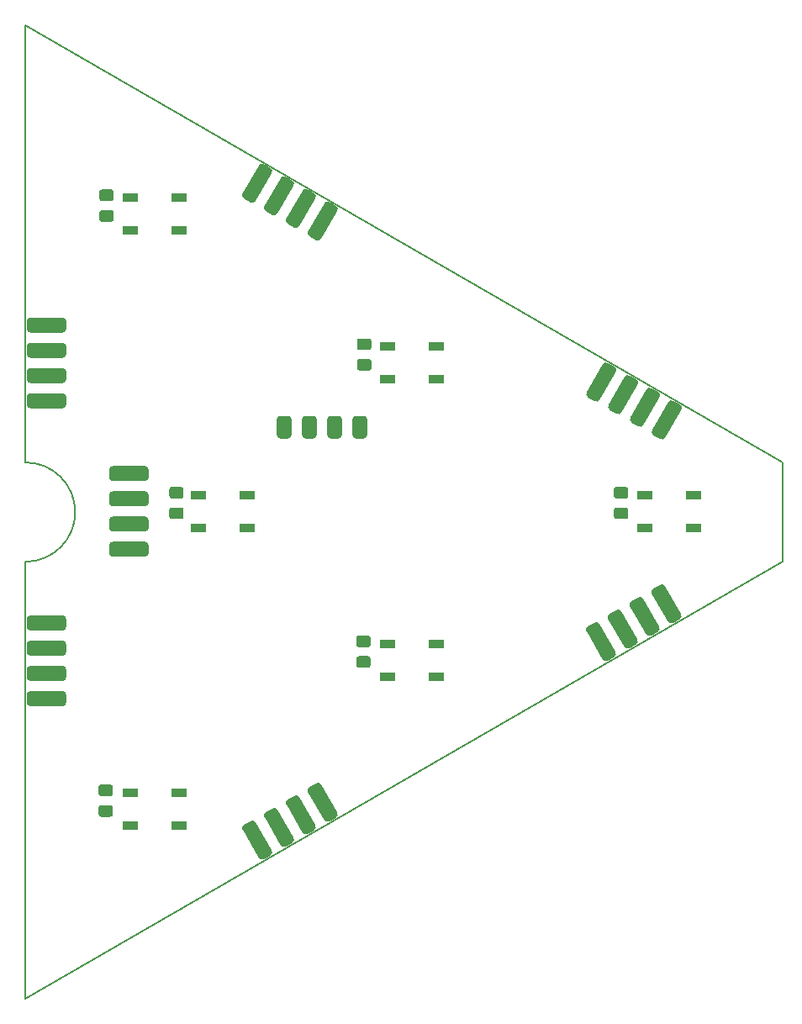
<source format=gbr>
G04 #@! TF.GenerationSoftware,KiCad,Pcbnew,7.0.11+1*
G04 #@! TF.ProjectId,makerspace_sign,6d616b65-7273-4706-9163-655f7369676e,rev?*
G04 #@! TF.SameCoordinates,Original*
G04 #@! TF.FileFunction,Paste,Top*
G04 #@! TF.FilePolarity,Positive*
%FSLAX46Y46*%
G04 Gerber Fmt 4.6, Leading zero omitted, Abs format (unit mm)*
%MOMM*%
%LPD*%
G01*
G04 APERTURE LIST*
G04 #@! TA.AperFunction,Profile*
%ADD10C,0.200000*%
G04 #@! TD*
%ADD11R,1.500000X0.900000*%
G04 APERTURE END LIST*
D10*
X62000000Y-46400000D02*
X62000000Y-90400000D01*
X62000000Y-100400000D02*
X62000000Y-144400000D01*
X62000000Y-100400000D02*
G75*
G03*
X62000000Y-90400000I0J5000000D01*
G01*
X138210236Y-90400000D02*
X62000000Y-46400000D01*
X62000000Y-144400000D02*
X138210236Y-100400000D01*
X138210236Y-100400000D02*
X138210236Y-90400000D01*
G36*
G01*
X74400000Y-98759000D02*
X74400000Y-99521000D01*
G75*
G02*
X74019000Y-99902000I-381000J0D01*
G01*
X70781000Y-99902000D01*
G75*
G02*
X70400000Y-99521000I0J381000D01*
G01*
X70400000Y-98759000D01*
G75*
G02*
X70781000Y-98378000I381000J0D01*
G01*
X74019000Y-98378000D01*
G75*
G02*
X74400000Y-98759000I0J-381000D01*
G01*
G37*
G36*
G01*
X74400000Y-96219000D02*
X74400000Y-96981000D01*
G75*
G02*
X74019000Y-97362000I-381000J0D01*
G01*
X70781000Y-97362000D01*
G75*
G02*
X70400000Y-96981000I0J381000D01*
G01*
X70400000Y-96219000D01*
G75*
G02*
X70781000Y-95838000I381000J0D01*
G01*
X74019000Y-95838000D01*
G75*
G02*
X74400000Y-96219000I0J-381000D01*
G01*
G37*
G36*
G01*
X74400000Y-93679000D02*
X74400000Y-94441000D01*
G75*
G02*
X74019000Y-94822000I-381000J0D01*
G01*
X70781000Y-94822000D01*
G75*
G02*
X70400000Y-94441000I0J381000D01*
G01*
X70400000Y-93679000D01*
G75*
G02*
X70781000Y-93298000I381000J0D01*
G01*
X74019000Y-93298000D01*
G75*
G02*
X74400000Y-93679000I0J-381000D01*
G01*
G37*
G36*
G01*
X74400000Y-91139000D02*
X74400000Y-91901000D01*
G75*
G02*
X74019000Y-92282000I-381000J0D01*
G01*
X70781000Y-92282000D01*
G75*
G02*
X70400000Y-91901000I0J381000D01*
G01*
X70400000Y-91139000D01*
G75*
G02*
X70781000Y-90758000I381000J0D01*
G01*
X74019000Y-90758000D01*
G75*
G02*
X74400000Y-91139000I0J-381000D01*
G01*
G37*
G36*
G01*
X88431000Y-87993000D02*
X87669000Y-87993000D01*
G75*
G02*
X87288000Y-87612000I0J381000D01*
G01*
X87288000Y-86088000D01*
G75*
G02*
X87669000Y-85707000I381000J0D01*
G01*
X88431000Y-85707000D01*
G75*
G02*
X88812000Y-86088000I0J-381000D01*
G01*
X88812000Y-87612000D01*
G75*
G02*
X88431000Y-87993000I-381000J0D01*
G01*
G37*
G36*
G01*
X90971000Y-87993000D02*
X90209000Y-87993000D01*
G75*
G02*
X89828000Y-87612000I0J381000D01*
G01*
X89828000Y-86088000D01*
G75*
G02*
X90209000Y-85707000I381000J0D01*
G01*
X90971000Y-85707000D01*
G75*
G02*
X91352000Y-86088000I0J-381000D01*
G01*
X91352000Y-87612000D01*
G75*
G02*
X90971000Y-87993000I-381000J0D01*
G01*
G37*
G36*
G01*
X93511000Y-87993000D02*
X92749000Y-87993000D01*
G75*
G02*
X92368000Y-87612000I0J381000D01*
G01*
X92368000Y-86088000D01*
G75*
G02*
X92749000Y-85707000I381000J0D01*
G01*
X93511000Y-85707000D01*
G75*
G02*
X93892000Y-86088000I0J-381000D01*
G01*
X93892000Y-87612000D01*
G75*
G02*
X93511000Y-87993000I-381000J0D01*
G01*
G37*
G36*
G01*
X96051000Y-87993000D02*
X95289000Y-87993000D01*
G75*
G02*
X94908000Y-87612000I0J381000D01*
G01*
X94908000Y-86088000D01*
G75*
G02*
X95289000Y-85707000I381000J0D01*
G01*
X96051000Y-85707000D01*
G75*
G02*
X96432000Y-86088000I0J-381000D01*
G01*
X96432000Y-87612000D01*
G75*
G02*
X96051000Y-87993000I-381000J0D01*
G01*
G37*
G36*
G01*
X84655547Y-64207551D02*
X83995635Y-63826551D01*
G75*
G02*
X83856179Y-63306095I190500J329956D01*
G01*
X85475179Y-60501905D01*
G75*
G02*
X85995635Y-60362449I329956J-190500D01*
G01*
X86655547Y-60743449D01*
G75*
G02*
X86795003Y-61263905I-190500J-329956D01*
G01*
X85176003Y-64068095D01*
G75*
G02*
X84655547Y-64207551I-329956J190500D01*
G01*
G37*
G36*
G01*
X86855252Y-65477551D02*
X86195340Y-65096551D01*
G75*
G02*
X86055884Y-64576095I190500J329956D01*
G01*
X87674884Y-61771905D01*
G75*
G02*
X88195340Y-61632449I329956J-190500D01*
G01*
X88855252Y-62013449D01*
G75*
G02*
X88994708Y-62533905I-190500J-329956D01*
G01*
X87375708Y-65338095D01*
G75*
G02*
X86855252Y-65477551I-329956J190500D01*
G01*
G37*
G36*
G01*
X89054956Y-66747551D02*
X88395044Y-66366551D01*
G75*
G02*
X88255588Y-65846095I190500J329956D01*
G01*
X89874588Y-63041905D01*
G75*
G02*
X90395044Y-62902449I329956J-190500D01*
G01*
X91054956Y-63283449D01*
G75*
G02*
X91194412Y-63803905I-190500J-329956D01*
G01*
X89575412Y-66608095D01*
G75*
G02*
X89054956Y-66747551I-329956J190500D01*
G01*
G37*
G36*
G01*
X91254661Y-68017551D02*
X90594749Y-67636551D01*
G75*
G02*
X90455293Y-67116095I190500J329956D01*
G01*
X92074293Y-64311905D01*
G75*
G02*
X92594749Y-64172449I329956J-190500D01*
G01*
X93254661Y-64553449D01*
G75*
G02*
X93394117Y-65073905I-190500J-329956D01*
G01*
X91775117Y-67878095D01*
G75*
G02*
X91254661Y-68017551I-329956J190500D01*
G01*
G37*
G36*
G01*
X121500000Y-92862500D02*
X122450000Y-92862500D01*
G75*
G02*
X122700000Y-93112500I0J-250000D01*
G01*
X122700000Y-93787500D01*
G75*
G02*
X122450000Y-94037500I-250000J0D01*
G01*
X121500000Y-94037500D01*
G75*
G02*
X121250000Y-93787500I0J250000D01*
G01*
X121250000Y-93112500D01*
G75*
G02*
X121500000Y-92862500I250000J0D01*
G01*
G37*
G36*
G01*
X121500000Y-94937500D02*
X122450000Y-94937500D01*
G75*
G02*
X122700000Y-95187500I0J-250000D01*
G01*
X122700000Y-95862500D01*
G75*
G02*
X122450000Y-96112500I-250000J0D01*
G01*
X121500000Y-96112500D01*
G75*
G02*
X121250000Y-95862500I0J250000D01*
G01*
X121250000Y-95187500D01*
G75*
G02*
X121500000Y-94937500I250000J0D01*
G01*
G37*
D11*
X98450000Y-108675000D03*
X98450000Y-111975000D03*
X103350000Y-111975000D03*
X103350000Y-108675000D03*
X124400000Y-93725000D03*
X124400000Y-97025000D03*
X129300000Y-97025000D03*
X129300000Y-93725000D03*
G36*
G01*
X127244749Y-84197449D02*
X127904661Y-84578449D01*
G75*
G02*
X128044117Y-85098905I-190500J-329956D01*
G01*
X126425117Y-87903095D01*
G75*
G02*
X125904661Y-88042551I-329956J190500D01*
G01*
X125244749Y-87661551D01*
G75*
G02*
X125105293Y-87141095I190500J329956D01*
G01*
X126724293Y-84336905D01*
G75*
G02*
X127244749Y-84197449I329956J-190500D01*
G01*
G37*
G36*
G01*
X125045044Y-82927449D02*
X125704956Y-83308449D01*
G75*
G02*
X125844412Y-83828905I-190500J-329956D01*
G01*
X124225412Y-86633095D01*
G75*
G02*
X123704956Y-86772551I-329956J190500D01*
G01*
X123045044Y-86391551D01*
G75*
G02*
X122905588Y-85871095I190500J329956D01*
G01*
X124524588Y-83066905D01*
G75*
G02*
X125045044Y-82927449I329956J-190500D01*
G01*
G37*
G36*
G01*
X122845340Y-81657449D02*
X123505252Y-82038449D01*
G75*
G02*
X123644708Y-82558905I-190500J-329956D01*
G01*
X122025708Y-85363095D01*
G75*
G02*
X121505252Y-85502551I-329956J190500D01*
G01*
X120845340Y-85121551D01*
G75*
G02*
X120705884Y-84601095I190500J329956D01*
G01*
X122324884Y-81796905D01*
G75*
G02*
X122845340Y-81657449I329956J-190500D01*
G01*
G37*
G36*
G01*
X120645635Y-80387449D02*
X121305547Y-80768449D01*
G75*
G02*
X121445003Y-81288905I-190500J-329956D01*
G01*
X119826003Y-84093095D01*
G75*
G02*
X119305547Y-84232551I-329956J190500D01*
G01*
X118645635Y-83851551D01*
G75*
G02*
X118506179Y-83331095I190500J329956D01*
G01*
X120125179Y-80526905D01*
G75*
G02*
X120645635Y-80387449I329956J-190500D01*
G01*
G37*
X98475000Y-78750000D03*
X98475000Y-82050000D03*
X103375000Y-82050000D03*
X103375000Y-78750000D03*
X72525000Y-63750000D03*
X72525000Y-67050000D03*
X77425000Y-67050000D03*
X77425000Y-63750000D03*
G36*
G01*
X66100000Y-113809000D02*
X66100000Y-114571000D01*
G75*
G02*
X65719000Y-114952000I-381000J0D01*
G01*
X62481000Y-114952000D01*
G75*
G02*
X62100000Y-114571000I0J381000D01*
G01*
X62100000Y-113809000D01*
G75*
G02*
X62481000Y-113428000I381000J0D01*
G01*
X65719000Y-113428000D01*
G75*
G02*
X66100000Y-113809000I0J-381000D01*
G01*
G37*
G36*
G01*
X66100000Y-111269000D02*
X66100000Y-112031000D01*
G75*
G02*
X65719000Y-112412000I-381000J0D01*
G01*
X62481000Y-112412000D01*
G75*
G02*
X62100000Y-112031000I0J381000D01*
G01*
X62100000Y-111269000D01*
G75*
G02*
X62481000Y-110888000I381000J0D01*
G01*
X65719000Y-110888000D01*
G75*
G02*
X66100000Y-111269000I0J-381000D01*
G01*
G37*
G36*
G01*
X66100000Y-108729000D02*
X66100000Y-109491000D01*
G75*
G02*
X65719000Y-109872000I-381000J0D01*
G01*
X62481000Y-109872000D01*
G75*
G02*
X62100000Y-109491000I0J381000D01*
G01*
X62100000Y-108729000D01*
G75*
G02*
X62481000Y-108348000I381000J0D01*
G01*
X65719000Y-108348000D01*
G75*
G02*
X66100000Y-108729000I0J-381000D01*
G01*
G37*
G36*
G01*
X66100000Y-106189000D02*
X66100000Y-106951000D01*
G75*
G02*
X65719000Y-107332000I-381000J0D01*
G01*
X62481000Y-107332000D01*
G75*
G02*
X62100000Y-106951000I0J381000D01*
G01*
X62100000Y-106189000D01*
G75*
G02*
X62481000Y-105808000I381000J0D01*
G01*
X65719000Y-105808000D01*
G75*
G02*
X66100000Y-106189000I0J-381000D01*
G01*
G37*
G36*
G01*
X125220044Y-103108449D02*
X125879956Y-102727449D01*
G75*
G02*
X126400412Y-102866905I190500J-329956D01*
G01*
X128019412Y-105671095D01*
G75*
G02*
X127879956Y-106191551I-329956J-190500D01*
G01*
X127220044Y-106572551D01*
G75*
G02*
X126699588Y-106433095I-190500J329956D01*
G01*
X125080588Y-103628905D01*
G75*
G02*
X125220044Y-103108449I329956J190500D01*
G01*
G37*
G36*
G01*
X123020339Y-104378449D02*
X123680251Y-103997449D01*
G75*
G02*
X124200707Y-104136905I190500J-329956D01*
G01*
X125819707Y-106941095D01*
G75*
G02*
X125680251Y-107461551I-329956J-190500D01*
G01*
X125020339Y-107842551D01*
G75*
G02*
X124499883Y-107703095I-190500J329956D01*
G01*
X122880883Y-104898905D01*
G75*
G02*
X123020339Y-104378449I329956J190500D01*
G01*
G37*
G36*
G01*
X120820635Y-105648449D02*
X121480547Y-105267449D01*
G75*
G02*
X122001003Y-105406905I190500J-329956D01*
G01*
X123620003Y-108211095D01*
G75*
G02*
X123480547Y-108731551I-329956J-190500D01*
G01*
X122820635Y-109112551D01*
G75*
G02*
X122300179Y-108973095I-190500J329956D01*
G01*
X120681179Y-106168905D01*
G75*
G02*
X120820635Y-105648449I329956J190500D01*
G01*
G37*
G36*
G01*
X118620930Y-106918449D02*
X119280842Y-106537449D01*
G75*
G02*
X119801298Y-106676905I190500J-329956D01*
G01*
X121420298Y-109481095D01*
G75*
G02*
X121280842Y-110001551I-329956J-190500D01*
G01*
X120620930Y-110382551D01*
G75*
G02*
X120100474Y-110243095I-190500J329956D01*
G01*
X118481474Y-107438905D01*
G75*
G02*
X118620930Y-106918449I329956J190500D01*
G01*
G37*
G36*
G01*
X62100000Y-76956000D02*
X62100000Y-76194000D01*
G75*
G02*
X62481000Y-75813000I381000J0D01*
G01*
X65719000Y-75813000D01*
G75*
G02*
X66100000Y-76194000I0J-381000D01*
G01*
X66100000Y-76956000D01*
G75*
G02*
X65719000Y-77337000I-381000J0D01*
G01*
X62481000Y-77337000D01*
G75*
G02*
X62100000Y-76956000I0J381000D01*
G01*
G37*
G36*
G01*
X62100000Y-79496000D02*
X62100000Y-78734000D01*
G75*
G02*
X62481000Y-78353000I381000J0D01*
G01*
X65719000Y-78353000D01*
G75*
G02*
X66100000Y-78734000I0J-381000D01*
G01*
X66100000Y-79496000D01*
G75*
G02*
X65719000Y-79877000I-381000J0D01*
G01*
X62481000Y-79877000D01*
G75*
G02*
X62100000Y-79496000I0J381000D01*
G01*
G37*
G36*
G01*
X62100000Y-82036000D02*
X62100000Y-81274000D01*
G75*
G02*
X62481000Y-80893000I381000J0D01*
G01*
X65719000Y-80893000D01*
G75*
G02*
X66100000Y-81274000I0J-381000D01*
G01*
X66100000Y-82036000D01*
G75*
G02*
X65719000Y-82417000I-381000J0D01*
G01*
X62481000Y-82417000D01*
G75*
G02*
X62100000Y-82036000I0J381000D01*
G01*
G37*
G36*
G01*
X62100000Y-84576000D02*
X62100000Y-83814000D01*
G75*
G02*
X62481000Y-83433000I381000J0D01*
G01*
X65719000Y-83433000D01*
G75*
G02*
X66100000Y-83814000I0J-381000D01*
G01*
X66100000Y-84576000D01*
G75*
G02*
X65719000Y-84957000I-381000J0D01*
G01*
X62481000Y-84957000D01*
G75*
G02*
X62100000Y-84576000I0J381000D01*
G01*
G37*
X72525000Y-123675000D03*
X72525000Y-126975000D03*
X77425000Y-126975000D03*
X77425000Y-123675000D03*
G36*
G01*
X86655547Y-129981551D02*
X85995635Y-130362551D01*
G75*
G02*
X85475179Y-130223095I-190500J329956D01*
G01*
X83856179Y-127418905D01*
G75*
G02*
X83995635Y-126898449I329956J190500D01*
G01*
X84655547Y-126517449D01*
G75*
G02*
X85176003Y-126656905I190500J-329956D01*
G01*
X86795003Y-129461095D01*
G75*
G02*
X86655547Y-129981551I-329956J-190500D01*
G01*
G37*
G36*
G01*
X88855252Y-128711551D02*
X88195340Y-129092551D01*
G75*
G02*
X87674884Y-128953095I-190500J329956D01*
G01*
X86055884Y-126148905D01*
G75*
G02*
X86195340Y-125628449I329956J190500D01*
G01*
X86855252Y-125247449D01*
G75*
G02*
X87375708Y-125386905I190500J-329956D01*
G01*
X88994708Y-128191095D01*
G75*
G02*
X88855252Y-128711551I-329956J-190500D01*
G01*
G37*
G36*
G01*
X91054956Y-127441551D02*
X90395044Y-127822551D01*
G75*
G02*
X89874588Y-127683095I-190500J329956D01*
G01*
X88255588Y-124878905D01*
G75*
G02*
X88395044Y-124358449I329956J190500D01*
G01*
X89054956Y-123977449D01*
G75*
G02*
X89575412Y-124116905I190500J-329956D01*
G01*
X91194412Y-126921095D01*
G75*
G02*
X91054956Y-127441551I-329956J-190500D01*
G01*
G37*
G36*
G01*
X93254661Y-126171551D02*
X92594749Y-126552551D01*
G75*
G02*
X92074293Y-126413095I-190500J329956D01*
G01*
X90455293Y-123608905D01*
G75*
G02*
X90594749Y-123088449I329956J190500D01*
G01*
X91254661Y-122707449D01*
G75*
G02*
X91775117Y-122846905I190500J-329956D01*
G01*
X93394117Y-125651095D01*
G75*
G02*
X93254661Y-126171551I-329956J-190500D01*
G01*
G37*
G36*
G01*
X95550000Y-107837500D02*
X96500000Y-107837500D01*
G75*
G02*
X96750000Y-108087500I0J-250000D01*
G01*
X96750000Y-108762500D01*
G75*
G02*
X96500000Y-109012500I-250000J0D01*
G01*
X95550000Y-109012500D01*
G75*
G02*
X95300000Y-108762500I0J250000D01*
G01*
X95300000Y-108087500D01*
G75*
G02*
X95550000Y-107837500I250000J0D01*
G01*
G37*
G36*
G01*
X95550000Y-109912500D02*
X96500000Y-109912500D01*
G75*
G02*
X96750000Y-110162500I0J-250000D01*
G01*
X96750000Y-110837500D01*
G75*
G02*
X96500000Y-111087500I-250000J0D01*
G01*
X95550000Y-111087500D01*
G75*
G02*
X95300000Y-110837500I0J250000D01*
G01*
X95300000Y-110162500D01*
G75*
G02*
X95550000Y-109912500I250000J0D01*
G01*
G37*
G36*
G01*
X69675000Y-62912500D02*
X70625000Y-62912500D01*
G75*
G02*
X70875000Y-63162500I0J-250000D01*
G01*
X70875000Y-63837500D01*
G75*
G02*
X70625000Y-64087500I-250000J0D01*
G01*
X69675000Y-64087500D01*
G75*
G02*
X69425000Y-63837500I0J250000D01*
G01*
X69425000Y-63162500D01*
G75*
G02*
X69675000Y-62912500I250000J0D01*
G01*
G37*
G36*
G01*
X69675000Y-64987500D02*
X70625000Y-64987500D01*
G75*
G02*
X70875000Y-65237500I0J-250000D01*
G01*
X70875000Y-65912500D01*
G75*
G02*
X70625000Y-66162500I-250000J0D01*
G01*
X69675000Y-66162500D01*
G75*
G02*
X69425000Y-65912500I0J250000D01*
G01*
X69425000Y-65237500D01*
G75*
G02*
X69675000Y-64987500I250000J0D01*
G01*
G37*
X79400000Y-93700000D03*
X79400000Y-97000000D03*
X84300000Y-97000000D03*
X84300000Y-93700000D03*
G36*
G01*
X69600000Y-122837500D02*
X70550000Y-122837500D01*
G75*
G02*
X70800000Y-123087500I0J-250000D01*
G01*
X70800000Y-123762500D01*
G75*
G02*
X70550000Y-124012500I-250000J0D01*
G01*
X69600000Y-124012500D01*
G75*
G02*
X69350000Y-123762500I0J250000D01*
G01*
X69350000Y-123087500D01*
G75*
G02*
X69600000Y-122837500I250000J0D01*
G01*
G37*
G36*
G01*
X69600000Y-124912500D02*
X70550000Y-124912500D01*
G75*
G02*
X70800000Y-125162500I0J-250000D01*
G01*
X70800000Y-125837500D01*
G75*
G02*
X70550000Y-126087500I-250000J0D01*
G01*
X69600000Y-126087500D01*
G75*
G02*
X69350000Y-125837500I0J250000D01*
G01*
X69350000Y-125162500D01*
G75*
G02*
X69600000Y-124912500I250000J0D01*
G01*
G37*
G36*
G01*
X95625000Y-77912500D02*
X96575000Y-77912500D01*
G75*
G02*
X96825000Y-78162500I0J-250000D01*
G01*
X96825000Y-78837500D01*
G75*
G02*
X96575000Y-79087500I-250000J0D01*
G01*
X95625000Y-79087500D01*
G75*
G02*
X95375000Y-78837500I0J250000D01*
G01*
X95375000Y-78162500D01*
G75*
G02*
X95625000Y-77912500I250000J0D01*
G01*
G37*
G36*
G01*
X95625000Y-79987500D02*
X96575000Y-79987500D01*
G75*
G02*
X96825000Y-80237500I0J-250000D01*
G01*
X96825000Y-80912500D01*
G75*
G02*
X96575000Y-81162500I-250000J0D01*
G01*
X95625000Y-81162500D01*
G75*
G02*
X95375000Y-80912500I0J250000D01*
G01*
X95375000Y-80237500D01*
G75*
G02*
X95625000Y-79987500I250000J0D01*
G01*
G37*
G36*
G01*
X76725000Y-92862500D02*
X77675000Y-92862500D01*
G75*
G02*
X77925000Y-93112500I0J-250000D01*
G01*
X77925000Y-93787500D01*
G75*
G02*
X77675000Y-94037500I-250000J0D01*
G01*
X76725000Y-94037500D01*
G75*
G02*
X76475000Y-93787500I0J250000D01*
G01*
X76475000Y-93112500D01*
G75*
G02*
X76725000Y-92862500I250000J0D01*
G01*
G37*
G36*
G01*
X76725000Y-94937500D02*
X77675000Y-94937500D01*
G75*
G02*
X77925000Y-95187500I0J-250000D01*
G01*
X77925000Y-95862500D01*
G75*
G02*
X77675000Y-96112500I-250000J0D01*
G01*
X76725000Y-96112500D01*
G75*
G02*
X76475000Y-95862500I0J250000D01*
G01*
X76475000Y-95187500D01*
G75*
G02*
X76725000Y-94937500I250000J0D01*
G01*
G37*
M02*

</source>
